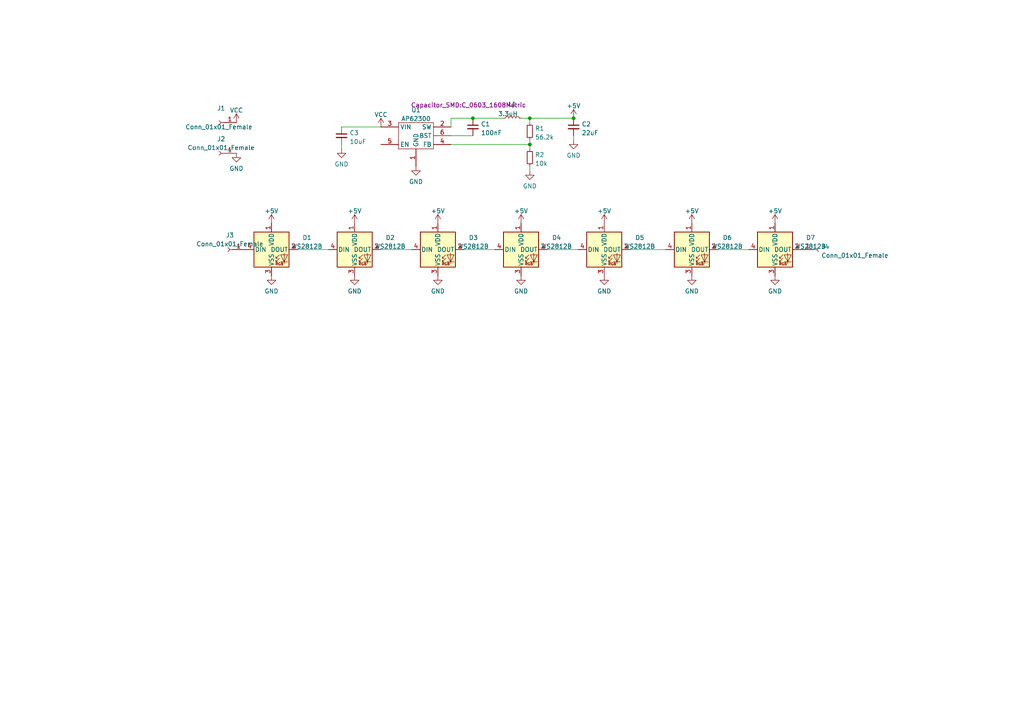
<source format=kicad_sch>
(kicad_sch (version 20211123) (generator eeschema)
  (paper "A4")
  (lib_symbols
    (symbol "Connector:Conn_01x01_Female" (pin_names (offset 1.016) hide)
      (property "Reference" "J" (at 0 2.54 0))
      (property "Value" "Conn_01x01_Female" (at 0 -2.54 0))
      (symbol "Conn_01x01_Female_1_1"
        (polyline (pts (xy -1.27 0) (xy -0.508 0)) (stroke (width 0.1524)))
        (arc (start 0 0.508) (mid -0.508 0) (end 0 -0.508) (stroke (width 0.1524)))
        (pin passive line (at -5.08 0 0) (length 3.81) (name "Pin_1") (number "1"))
      )
    )
    (symbol "Device:C_Small" (pin_numbers hide) (pin_names (offset 0.254) hide)
      (property "Reference" "C" (at 0.254 1.778 0))
      (property "Value" "C_Small" (at 0.254 -2.032 0))
      (symbol "C_Small_0_1"
        (polyline (pts (xy -1.524 -0.508) (xy 1.524 -0.508)) (stroke (width 0.3302)))
        (polyline (pts (xy -1.524 0.508) (xy 1.524 0.508)) (stroke (width 0.3048)))
      )
      (symbol "C_Small_1_1"
        (pin passive line (at 0 2.54 270) (length 2.032) (name "~") (number "1"))
        (pin passive line (at 0 -2.54 90) (length 2.032) (name "~") (number "2"))
      )
    )
    (symbol "Device:L_Small" (pin_numbers hide) (pin_names (offset 0.254) hide)
      (property "Reference" "L" (at 0.762 1.016 0))
      (property "Value" "L_Small" (at 0.762 -1.016 0))
      (symbol "L_Small_0_1"
        (arc (start 0 -2.032) (mid 0.508 -1.524) (end 0 -1.016))
        (arc (start 0 -1.016) (mid 0.508 -0.508) (end 0 0))
        (arc (start 0 0) (mid 0.508 0.508) (end 0 1.016))
        (arc (start 0 1.016) (mid 0.508 1.524) (end 0 2.032))
      )
      (symbol "L_Small_1_1"
        (pin passive line (at 0 2.54 270) (length 0.508) (name "~") (number "1"))
        (pin passive line (at 0 -2.54 90) (length 0.508) (name "~") (number "2"))
      )
    )
    (symbol "Device:R_Small" (pin_numbers hide) (pin_names (offset 0.254) hide)
      (property "Reference" "R" (at 0.762 0.508 0))
      (property "Value" "R_Small" (at 0.762 -1.016 0))
      (symbol "R_Small_0_1"
        (rectangle (start -0.762 1.778) (end 0.762 -1.778) (stroke (width 0.2032)))
      )
      (symbol "R_Small_1_1"
        (pin passive line (at 0 2.54 270) (length 0.762) (name "~") (number "1"))
        (pin passive line (at 0 -2.54 90) (length 0.762) (name "~") (number "2"))
      )
    )
    (symbol "LED:WS2812B" (pin_names (offset 0.254))
      (property "Reference" "D" (at 5.08 5.715 0))
      (property "Value" "WS2812B" (at 1.27 -5.715 0))
      (symbol "WS2812B_0_0"
        (text "RGB" (at 2.286 -4.191 0) (effects (font (size 0.762 0.762))))
      )
      (symbol "WS2812B_0_1"
        (polyline (pts (xy 1.27 -3.556) (xy 1.778 -3.556)))
        (polyline (pts (xy 1.27 -2.54) (xy 1.778 -2.54)))
        (polyline (pts (xy 4.699 -3.556) (xy 2.667 -3.556)))
        (polyline (pts (xy 2.286 -2.54) (xy 1.27 -3.556) (xy 1.27 -3.048)))
        (polyline (pts (xy 2.286 -1.524) (xy 1.27 -2.54) (xy 1.27 -2.032)))
        (polyline (pts (xy 3.683 -1.016) (xy 3.683 -3.556) (xy 3.683 -4.064)))
        (polyline (pts (xy 4.699 -1.524) (xy 2.667 -1.524) (xy 3.683 -3.556) (xy 4.699 -1.524)))
        (rectangle (start 5.08 5.08) (end -5.08 -5.08) (stroke (width 0.254)) (fill (type background)))
      )
      (symbol "WS2812B_1_1"
        (pin power_in line (at 0 7.62 270) (length 2.54) (name "VDD") (number "1"))
        (pin output line (at 7.62 0 180) (length 2.54) (name "DOUT") (number "2"))
        (pin power_in line (at 0 -7.62 90) (length 2.54) (name "VSS") (number "3"))
        (pin input line (at -7.62 0 0) (length 2.54) (name "DIN") (number "4"))
      )
    )
    (symbol "diodes-inc-switching-reg:AP62300"
      (property "Reference" "U" (at 3.81 -6.35 0))
      (property "Value" "AP62300" (at 0 5.08 0))
      (symbol "AP62300_0_1"
        (rectangle (start -5.08 3.81) (end 5.08 -3.81) (stroke (width 0.1524)))
      )
      (symbol "AP62300_1_1"
        (pin power_in line (at 0 -8.89 90) (length 5.08) (name "GND") (number "1"))
        (pin power_out line (at 10.16 2.54 180) (length 5.08) (name "SW") (number "2"))
        (pin power_in line (at -10.16 2.54 0) (length 5.08) (name "VIN") (number "3"))
        (pin input line (at 10.16 -2.54 180) (length 5.08) (name "FB") (number "4"))
        (pin input line (at -10.16 -2.54 0) (length 5.08) (name "EN") (number "5"))
        (pin input line (at 10.16 0 180) (length 5.08) (name "BST") (number "6"))
      )
    )
    (symbol "power:+5V" (power) (pin_names (offset 0))
      (property "Value" "+5V" (at 0 3.556 0))
      (symbol "+5V_0_1"
        (polyline (pts (xy -0.762 1.27) (xy 0 2.54)))
        (polyline (pts (xy 0 0) (xy 0 2.54)))
        (polyline (pts (xy 0 2.54) (xy 0.762 1.27)))
      )
      (symbol "+5V_1_1"
        (pin power_in line (at 0 0 90) (length 0) hide (name "+5V") (number "1"))
      )
    )
    (symbol "power:GND" (power) (pin_names (offset 0))
      (property "Value" "GND" (at 0 -3.81 0))
      (symbol "GND_0_1"
        (polyline (pts (xy 0 0) (xy 0 -1.27) (xy 1.27 -1.27) (xy 0 -2.54) (xy -1.27 -1.27) (xy 0 -1.27)))
      )
      (symbol "GND_1_1"
        (pin power_in line (at 0 0 270) (length 0) hide (name "GND") (number "1"))
      )
    )
    (symbol "power:VCC" (power) (pin_names (offset 0))
      (property "Value" "VCC" (at 0 3.81 0))
      (symbol "VCC_0_1"
        (polyline (pts (xy -0.762 1.27) (xy 0 2.54)))
        (polyline (pts (xy 0 0) (xy 0 2.54)))
        (polyline (pts (xy 0 2.54) (xy 0.762 1.27)))
      )
      (symbol "VCC_1_1"
        (pin power_in line (at 0 0 90) (length 0) hide (name "VCC") (number "1"))
      )
    )
  )
  (junction (at 166.37 34.29))
  (junction (at 153.67 41.91))
  (junction (at 137.16 34.29))
  (junction (at 153.67 34.29))
  (wire (pts (xy 158.75 72.39) (xy 167.64 72.39)))
  (wire (pts (xy 86.36 72.39) (xy 95.25 72.39)))
  (wire (pts (xy 153.67 41.91) (xy 153.67 43.18)))
  (wire (pts (xy 208.28 72.39) (xy 217.17 72.39)))
  (wire (pts (xy 99.06 41.91) (xy 99.06 43.18)))
  (wire (pts (xy 110.49 72.39) (xy 119.38 72.39)))
  (wire (pts (xy 151.13 34.29) (xy 153.67 34.29)))
  (wire (pts (xy 182.88 72.39) (xy 193.04 72.39)))
  (wire (pts (xy 130.81 39.37) (xy 137.16 39.37)))
  (wire (pts (xy 166.37 39.37) (xy 166.37 40.64)))
  (wire (pts (xy 134.62 72.39) (xy 143.51 72.39)))
  (wire (pts (xy 137.16 34.29) (xy 146.05 34.29)))
  (wire (pts (xy 130.81 41.91) (xy 153.67 41.91)))
  (wire (pts (xy 153.67 48.26) (xy 153.67 49.53)))
  (wire (pts (xy 153.67 40.64) (xy 153.67 41.91)))
  (wire (pts (xy 99.06 36.83) (xy 110.49 36.83)))
  (wire (pts (xy 130.81 34.29) (xy 137.16 34.29)))
  (wire (pts (xy 153.67 34.29) (xy 166.37 34.29)))
  (wire (pts (xy 130.81 36.83) (xy 130.81 34.29)))
  (wire (pts (xy 153.67 34.29) (xy 153.67 35.56)))
  (symbol (lib_id "power:VCC") (at 110.49 36.83 0) (unit 1)
    (property "Reference" "#PWR03" (effects hide))
    (property "Value" "VCC" (at 110.49 33.2542 0))
  )
  (symbol (lib_id "power:GND") (at 151.13 80.01 0) (unit 1)
    (property "Reference" "#PWR019" (effects hide))
    (property "Value" "GND" (at 151.13 84.4534 0))
  )
  (symbol (lib_id "power:VCC") (at 68.58 35.56 0) (unit 1)
    (property "Reference" "#PWR02" (effects hide))
    (property "Value" "VCC" (at 68.58 31.9842 0))
  )
  (symbol (lib_id "diodes-inc-switching-reg:AP62300") (at 120.65 39.37 0) (unit 1)
    (property "Reference" "U1" (at 120.65 31.911 0))
    (property "Value" "AP62300" (at 120.65 34.4479 0))
    (property "Footprint" "Package_TO_SOT_SMD:TSOT-23-6" (effects hide))
  )
  (symbol (lib_id "power:+5V") (at 224.79 64.77 0) (unit 1)
    (property "Reference" "#PWR015" (effects hide))
    (property "Value" "+5V" (at 224.79 61.1942 0))
  )
  (symbol (lib_id "power:+5V") (at 78.74 64.77 0) (unit 1)
    (property "Reference" "#PWR09" (effects hide))
    (property "Value" "+5V" (at 78.74 61.1942 0))
  )
  (symbol (lib_id "power:GND") (at 120.65 48.26 0) (unit 1)
    (property "Reference" "#PWR07" (effects hide))
    (property "Value" "GND" (at 120.65 52.7034 0))
  )
  (symbol (lib_id "power:+5V") (at 127 64.77 0) (unit 1)
    (property "Reference" "#PWR011" (effects hide))
    (property "Value" "+5V" (at 127 61.1942 0))
  )
  (symbol (lib_id "Connector:Conn_01x01_Female") (at 63.5 35.56 180) (unit 1)
    (property "Reference" "J1" (at 64.135 31.403 0))
    (property "Value" "Conn_01x01_Female" (at 63.5 36.83 0))
    (property "Footprint" "TestPoint:TestPoint_Plated_Hole_D2.0mm" (effects hide))
  )
  (symbol (lib_id "power:+5V") (at 102.87 64.77 0) (unit 1)
    (property "Reference" "#PWR010" (effects hide))
    (property "Value" "+5V" (at 102.87 61.1942 0))
  )
  (symbol (lib_id "LED:WS2812B") (at 151.13 72.39 0) (unit 1)
    (property "Reference" "D4" (at 161.4359 68.9316 0))
    (property "Value" "WS2812B" (at 161.4359 71.4685 0))
    (property "Footprint" "LED_SMD:LED_WS2812B_PLCC4_5.0x5.0mm_P3.2mm" (effects hide))
    (property "Datasheet" "https://cdn-shop.adafruit.com/datasheets/WS2812B.pdf" (effects hide))
  )
  (symbol (lib_id "LED:WS2812B") (at 102.87 72.39 0) (unit 1)
    (property "Reference" "D2" (at 113.1759 68.9316 0))
    (property "Value" "WS2812B" (at 113.1759 71.4685 0))
    (property "Footprint" "LED_SMD:LED_WS2812B_PLCC4_5.0x5.0mm_P3.2mm" (effects hide))
    (property "Datasheet" "https://cdn-shop.adafruit.com/datasheets/WS2812B.pdf" (effects hide))
  )
  (symbol (lib_id "LED:WS2812B") (at 200.66 72.39 0) (unit 1)
    (property "Reference" "D6" (at 210.9659 68.9316 0))
    (property "Value" "WS2812B" (at 210.9659 71.4685 0))
    (property "Footprint" "LED_SMD:LED_WS2812B_PLCC4_5.0x5.0mm_P3.2mm" (effects hide))
    (property "Datasheet" "https://cdn-shop.adafruit.com/datasheets/WS2812B.pdf" (effects hide))
  )
  (symbol (lib_id "power:GND") (at 166.37 40.64 0) (unit 1)
    (property "Reference" "#PWR04" (effects hide))
    (property "Value" "GND" (at 166.37 45.0834 0))
  )
  (symbol (lib_id "power:GND") (at 175.26 80.01 0) (unit 1)
    (property "Reference" "#PWR020" (effects hide))
    (property "Value" "GND" (at 175.26 84.4534 0))
  )
  (symbol (lib_id "Connector:Conn_01x01_Female") (at 63.5 44.45 180) (unit 1)
    (property "Reference" "J2" (at 64.135 40.293 0))
    (property "Value" "Conn_01x01_Female" (at 64.135 42.8299 0))
    (property "Footprint" "TestPoint:TestPoint_Plated_Hole_D2.0mm" (effects hide))
  )
  (symbol (lib_id "Device:L_Small") (at 148.59 34.29 90) (unit 1)
    (property "Reference" "L1" (at 148.59 30.2092 90))
    (property "Value" "3.3uH" (at 147.32 33.02 90))
    (property "Footprint" "Inductor_SMD:L_1008_2520Metric" (effects hide))
  )
  (symbol (lib_id "power:+5V") (at 200.66 64.77 0) (unit 1)
    (property "Reference" "#PWR014" (effects hide))
    (property "Value" "+5V" (at 200.66 61.1942 0))
  )
  (symbol (lib_id "power:GND") (at 224.79 80.01 0) (unit 1)
    (property "Reference" "#PWR022" (effects hide))
    (property "Value" "GND" (at 224.79 84.4534 0))
  )
  (symbol (lib_id "LED:WS2812B") (at 175.26 72.39 0) (unit 1)
    (property "Reference" "D5" (at 185.5659 68.9316 0))
    (property "Value" "WS2812B" (at 185.5659 71.4685 0))
    (property "Footprint" "LED_SMD:LED_WS2812B_PLCC4_5.0x5.0mm_P3.2mm" (effects hide))
    (property "Datasheet" "https://cdn-shop.adafruit.com/datasheets/WS2812B.pdf" (effects hide))
  )
  (symbol (lib_id "LED:WS2812B") (at 78.74 72.39 0) (unit 1)
    (property "Reference" "D1" (at 89.0459 68.9316 0))
    (property "Value" "WS2812B" (at 89.0459 71.4685 0))
    (property "Footprint" "LED_SMD:LED_WS2812B_PLCC4_5.0x5.0mm_P3.2mm" (effects hide))
    (property "Datasheet" "https://cdn-shop.adafruit.com/datasheets/WS2812B.pdf" (effects hide))
  )
  (symbol (lib_id "power:GND") (at 127 80.01 0) (unit 1)
    (property "Reference" "#PWR018" (effects hide))
    (property "Value" "GND" (at 127 84.4534 0))
  )
  (symbol (lib_id "Connector:Conn_01x01_Female") (at 66.04 72.39 180) (unit 1)
    (property "Reference" "J3" (at 66.675 68.233 0))
    (property "Value" "Conn_01x01_Female" (at 66.675 70.7699 0))
    (property "Footprint" "TestPoint:TestPoint_Plated_Hole_D2.0mm" (effects hide))
  )
  (symbol (lib_id "LED:WS2812B") (at 127 72.39 0) (unit 1)
    (property "Reference" "D3" (at 137.3059 68.9316 0))
    (property "Value" "WS2812B" (at 137.3059 71.4685 0))
    (property "Footprint" "LED_SMD:LED_WS2812B_PLCC4_5.0x5.0mm_P3.2mm" (effects hide))
    (property "Datasheet" "https://cdn-shop.adafruit.com/datasheets/WS2812B.pdf" (effects hide))
  )
  (symbol (lib_id "power:GND") (at 99.06 43.18 0) (unit 1)
    (property "Reference" "#PWR05" (effects hide))
    (property "Value" "GND" (at 99.06 47.6234 0))
  )
  (symbol (lib_id "power:+5V") (at 166.37 34.29 0) (unit 1)
    (property "Reference" "#PWR01" (effects hide))
    (property "Value" "+5V" (at 166.37 30.7142 0))
  )
  (symbol (lib_id "power:+5V") (at 175.26 64.77 0) (unit 1)
    (property "Reference" "#PWR013" (effects hide))
    (property "Value" "+5V" (at 175.26 61.1942 0))
  )
  (symbol (lib_id "power:GND") (at 78.74 80.01 0) (unit 1)
    (property "Reference" "#PWR016" (effects hide))
    (property "Value" "GND" (at 78.74 84.4534 0))
  )
  (symbol (lib_id "power:GND") (at 153.67 49.53 0) (unit 1)
    (property "Reference" "#PWR08" (effects hide))
    (property "Value" "GND" (at 153.67 53.9734 0))
  )
  (symbol (lib_id "Device:R_Small") (at 153.67 38.1 0) (unit 1)
    (property "Reference" "R1" (at 155.1686 37.2653 0) (effects (justify left)))
    (property "Value" "56.2k" (at 155.1686 39.8022 0) (effects (justify left)))
    (property "Footprint" "Resistor_SMD:R_0603_1608Metric" (effects hide))
  )
  (symbol (lib_id "Connector:Conn_01x01_Female") (at 237.49 72.39 0) (unit 1)
    (property "Reference" "J4" (at 238.2012 71.5553 0) (effects (justify left)))
    (property "Value" "Conn_01x01_Female" (at 238.2012 74.0922 0) (effects (justify left)))
    (property "Footprint" "TestPoint:TestPoint_Plated_Hole_D2.0mm" (effects hide))
  )
  (symbol (lib_id "Device:R_Small") (at 153.67 45.72 0) (unit 1)
    (property "Reference" "R2" (at 155.1686 44.8853 0) (effects (justify left)))
    (property "Value" "10k" (at 155.1686 47.4222 0) (effects (justify left)))
    (property "Footprint" "Resistor_SMD:R_0603_1608Metric" (effects hide))
  )
  (symbol (lib_id "Device:C_Small") (at 166.37 36.83 0) (unit 1)
    (property "Reference" "C2" (at 168.6941 36.0016 0) (effects (justify left)))
    (property "Value" "22uF" (at 168.6941 38.5385 0) (effects (justify left)))
    (property "Footprint" "Capacitor_SMD:C_0805_2012Metric" (effects hide))
  )
  (symbol (lib_id "power:GND") (at 200.66 80.01 0) (unit 1)
    (property "Reference" "#PWR021" (effects hide))
    (property "Value" "GND" (at 200.66 84.4534 0))
  )
  (symbol (lib_id "power:GND") (at 102.87 80.01 0) (unit 1)
    (property "Reference" "#PWR017" (effects hide))
    (property "Value" "GND" (at 102.87 84.4534 0))
  )
  (symbol (lib_id "power:GND") (at 68.58 44.45 0) (unit 1)
    (property "Reference" "#PWR06" (effects hide))
    (property "Value" "GND" (at 68.58 48.8934 0))
  )
  (symbol (lib_id "power:+5V") (at 151.13 64.77 0) (unit 1)
    (property "Reference" "#PWR012" (effects hide))
    (property "Value" "+5V" (at 151.13 61.1942 0))
  )
  (symbol (lib_id "Device:C_Small") (at 137.16 36.83 0) (unit 1)
    (property "Reference" "C1" (at 139.4841 36.0016 0) (effects (justify left)))
    (property "Value" "100nF" (at 139.4841 38.5385 0) (effects (justify left)))
    (property "Footprint" "Capacitor_SMD:C_0603_1608Metric" (at 135.89 30.48 0))
  )
  (symbol (lib_id "LED:WS2812B") (at 224.79 72.39 0) (unit 1)
    (property "Reference" "D7" (at 235.0959 68.9316 0))
    (property "Value" "WS2812B" (at 235.0959 71.4685 0))
    (property "Footprint" "LED_SMD:LED_WS2812B_PLCC4_5.0x5.0mm_P3.2mm" (effects hide))
    (property "Datasheet" "https://cdn-shop.adafruit.com/datasheets/WS2812B.pdf" (effects hide))
  )
  (symbol (lib_id "Device:C_Small") (at 99.06 39.37 0) (unit 1)
    (property "Reference" "C3" (at 101.3841 38.5416 0) (effects (justify left)))
    (property "Value" "10uF" (at 101.3841 41.0785 0) (effects (justify left)))
    (property "Footprint" "Capacitor_SMD:C_0805_2012Metric" (effects hide))
  )
)
</source>
